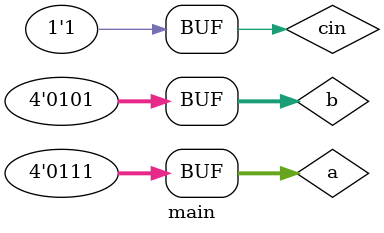
<source format=v>

module halfadder(a,b,s,c);
input a,b;
output s,c;
xor x1(s,a,b);
and a1(c,a,b);
endmodule

module full_adder(a,b,cin,s,co);
input a,b,cin;
output s,co;
wire s1,co1,co2;
halfadder ha1(a,b,s1,co1);
halfadder ha2(s1,cin,s,co2);
or o1(co,co1,co2);
endmodule

module adder4bit(a,b,ci,s,co);
input [3:0] a;
input [3:0] b;
input ci;
output [3:0] s;
output co;
wire co1, co2, co3,w1,w2,w3,w4;

xor x1(w1,b[0],ci);
xor x2(w2,b[1],ci);
xor x3(w3,b[2],ci);
xor x4(w4,b[3],ci);
full_adder fa1(a[0], w1, ci, s[0], co1);
full_adder fa2(a[1], w2, co1, s[1], co2);
full_adder fa3(a[2], w3, co2, s[2], co3);
full_adder fa4(a[3], w4, co3, s[3], co);
endmodule

//Testbench

module main;
reg [3:0] a,b;
reg cin;
wire [3:0] su;
wire cout;
adder4bit add4(a,b,cin,su,cout);
  initial 
    begin
    $monitor("At time %t, a=%d b=%d cin=%d \n cout=%d su[3]=%d su[2]=%d su[1]=%d su[0]=%d", $time, a, b, cin, cout, su[3],su[2],su[1],su[0]);
    //6+4=10
    a[3]=0;a[2]=1;a[1]=1;a[0]=0;
    b[3]=0;b[2]=1;b[1]=0;b[0]=0;
    cin=0;
    #1
    //7+9=16
    a[3]=0;a[2]=1;a[1]=1;a[0]=1;
    b[3]=1;b[2]=0;b[1]=0;b[0]=1;
    cin=0;
    #1
    //10-4=6
    a[3]=1;a[2]=0;a[1]=1;a[0]=0;
    b[3]=0;b[2]=1;b[1]=0;b[0]=0;
    cin=1;
    #1
    //7-5=2
    a[3]=0;a[2]=1;a[1]=1;a[0]=1;
    b[3]=0;b[2]=1;b[1]=0;b[0]=1;
    cin=1;
    end
endmodule

</source>
